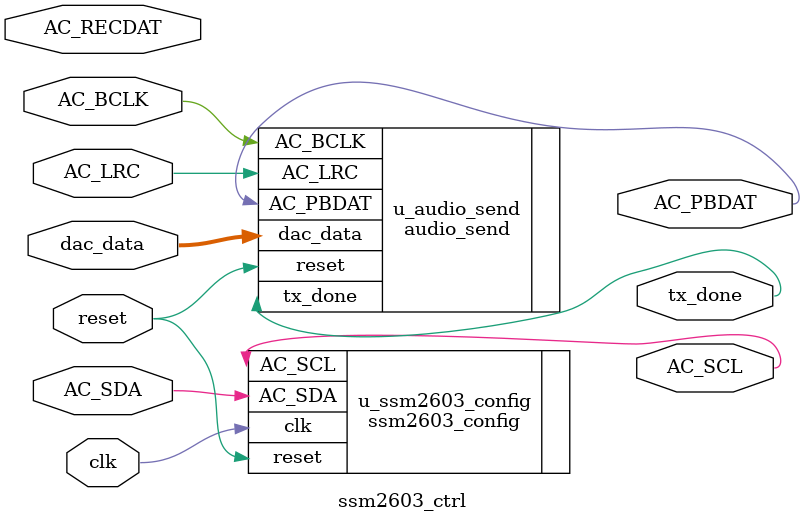
<source format=v>
module ssm2603_ctrl(
    //system clock
    input                clk        ,        // Ê±ÖÓÐÅºÅ
    input                reset      ,        // ¸´Î»ÐÅºÅ

    //ssm2603 interface
    //audio interface(master mode)
    input                AC_BCLK   ,        // SSM2603Î»Ê±ÖÓ
    input                AC_LRC    ,        // ¶ÔÆëÐÅºÅ
    input                AC_RECDAT ,        // ÒôÆµÊäÈë
    output               AC_PBDAT ,        // ÒôÆµÊä³ö
    //control interface       
    output               AC_SCL    ,        // SSM2603µÄSCLÐÅºÅ
    inout                AC_SDA    ,        // SSM2603µÄSDAÐÅºÅ

    //user interface
    input      [15:0]    dac_data   ,        // Êä³öµÄÒôÆµÊý¾Ý
    output               tx_done             // Ò»´Î·¢ËÍÍê³É
);

//parameter define
parameter    WL = 6'd16;                     // word lengthÒôÆµ×Ö³¤¶¨Òå

//*****************************************************
//**                    main code
//*****************************************************

//Àý»¯ssm2603_config,ÅäÖÃSSM2603µÄ¼Ä´æÆ÷
ssm2603_config #(.WL(WL)) u_ssm2603_config(
    //system clock
    .clk       (clk      ),         // Ê±ÖÓÐÅºÅ
    .reset     (reset    ),         // ¸´Î»ÐÅºÅ
    //ssm2603 interface
    .AC_SCL   (AC_SCL  ),         // SSM2603µÄSCLÊ±ÖÓ
    .AC_SDA   (AC_SDA  )          // SSM2603µÄSDAÐÅºÅ
    //user interface
);


//Àý»¯audio_send£¬FPGAÏòSSM2603´«ËÍÒôÆµÊý¾Ý
audio_send #(.WL(WL)) u_audio_send(
    //system reset
    .reset     (reset     ),        // ¸´Î»ÐÅºÅ
    //ssm2603 interface
    .AC_BCLK  (AC_BCLK  ),        // SSM2603Î»Ê±ÖÓ
    .AC_LRC   (AC_LRC   ),        // ¶ÔÆëÐÅºÅ
    .AC_PBDAT(AC_PBDAT),        // ÒôÆµÊý¾ÝÊä³ö
    //user interface
    .dac_data  (dac_data  ),        // Ô¤Êä³öµÄÒôÆµÊý¾Ý
    .tx_done   (tx_done   )         // ·¢ËÍÍê³ÉÐÅºÅ
);

endmodule
</source>
